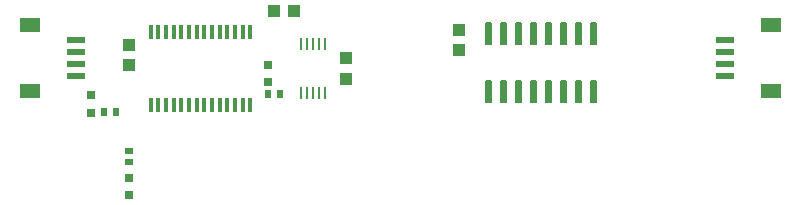
<source format=gbr>
G04 EAGLE Gerber RS-274X export*
G75*
%MOMM*%
%FSLAX34Y34*%
%LPD*%
%INSolderpaste Top*%
%IPPOS*%
%AMOC8*
5,1,8,0,0,1.08239X$1,22.5*%
G01*
%ADD10R,0.400000X1.150000*%
%ADD11C,0.150000*%
%ADD12R,0.250000X1.000000*%
%ADD13R,1.550000X0.600000*%
%ADD14R,1.800000X1.200000*%
%ADD15R,1.000000X1.100000*%
%ADD16R,0.800000X0.800000*%
%ADD17R,0.600000X0.700000*%
%ADD18R,0.700000X0.600000*%


D10*
X113960Y110224D03*
X120460Y110224D03*
X126960Y110224D03*
X133460Y110224D03*
X139960Y110224D03*
X146460Y110224D03*
X152960Y110224D03*
X159460Y110224D03*
X165960Y110224D03*
X172460Y110224D03*
X178960Y110224D03*
X185460Y110224D03*
X191960Y110224D03*
X198460Y110224D03*
X198460Y172224D03*
X191960Y172224D03*
X185460Y172224D03*
X178960Y172224D03*
X172460Y172224D03*
X165960Y172224D03*
X159460Y172224D03*
X152960Y172224D03*
X146460Y172224D03*
X139960Y172224D03*
X133460Y172224D03*
X126960Y172224D03*
X120460Y172224D03*
X113960Y172224D03*
D11*
X402300Y130250D02*
X402300Y112750D01*
X397800Y112750D01*
X397800Y130250D01*
X402300Y130250D01*
X402300Y114175D02*
X397800Y114175D01*
X397800Y115600D02*
X402300Y115600D01*
X402300Y117025D02*
X397800Y117025D01*
X397800Y118450D02*
X402300Y118450D01*
X402300Y119875D02*
X397800Y119875D01*
X397800Y121300D02*
X402300Y121300D01*
X402300Y122725D02*
X397800Y122725D01*
X397800Y124150D02*
X402300Y124150D01*
X402300Y125575D02*
X397800Y125575D01*
X397800Y127000D02*
X402300Y127000D01*
X402300Y128425D02*
X397800Y128425D01*
X397800Y129850D02*
X402300Y129850D01*
X415000Y130250D02*
X415000Y112750D01*
X410500Y112750D01*
X410500Y130250D01*
X415000Y130250D01*
X415000Y114175D02*
X410500Y114175D01*
X410500Y115600D02*
X415000Y115600D01*
X415000Y117025D02*
X410500Y117025D01*
X410500Y118450D02*
X415000Y118450D01*
X415000Y119875D02*
X410500Y119875D01*
X410500Y121300D02*
X415000Y121300D01*
X415000Y122725D02*
X410500Y122725D01*
X410500Y124150D02*
X415000Y124150D01*
X415000Y125575D02*
X410500Y125575D01*
X410500Y127000D02*
X415000Y127000D01*
X415000Y128425D02*
X410500Y128425D01*
X410500Y129850D02*
X415000Y129850D01*
X427700Y130250D02*
X427700Y112750D01*
X423200Y112750D01*
X423200Y130250D01*
X427700Y130250D01*
X427700Y114175D02*
X423200Y114175D01*
X423200Y115600D02*
X427700Y115600D01*
X427700Y117025D02*
X423200Y117025D01*
X423200Y118450D02*
X427700Y118450D01*
X427700Y119875D02*
X423200Y119875D01*
X423200Y121300D02*
X427700Y121300D01*
X427700Y122725D02*
X423200Y122725D01*
X423200Y124150D02*
X427700Y124150D01*
X427700Y125575D02*
X423200Y125575D01*
X423200Y127000D02*
X427700Y127000D01*
X427700Y128425D02*
X423200Y128425D01*
X423200Y129850D02*
X427700Y129850D01*
X440400Y130250D02*
X440400Y112750D01*
X435900Y112750D01*
X435900Y130250D01*
X440400Y130250D01*
X440400Y114175D02*
X435900Y114175D01*
X435900Y115600D02*
X440400Y115600D01*
X440400Y117025D02*
X435900Y117025D01*
X435900Y118450D02*
X440400Y118450D01*
X440400Y119875D02*
X435900Y119875D01*
X435900Y121300D02*
X440400Y121300D01*
X440400Y122725D02*
X435900Y122725D01*
X435900Y124150D02*
X440400Y124150D01*
X440400Y125575D02*
X435900Y125575D01*
X435900Y127000D02*
X440400Y127000D01*
X440400Y128425D02*
X435900Y128425D01*
X435900Y129850D02*
X440400Y129850D01*
X453100Y130250D02*
X453100Y112750D01*
X448600Y112750D01*
X448600Y130250D01*
X453100Y130250D01*
X453100Y114175D02*
X448600Y114175D01*
X448600Y115600D02*
X453100Y115600D01*
X453100Y117025D02*
X448600Y117025D01*
X448600Y118450D02*
X453100Y118450D01*
X453100Y119875D02*
X448600Y119875D01*
X448600Y121300D02*
X453100Y121300D01*
X453100Y122725D02*
X448600Y122725D01*
X448600Y124150D02*
X453100Y124150D01*
X453100Y125575D02*
X448600Y125575D01*
X448600Y127000D02*
X453100Y127000D01*
X453100Y128425D02*
X448600Y128425D01*
X448600Y129850D02*
X453100Y129850D01*
X465800Y130250D02*
X465800Y112750D01*
X461300Y112750D01*
X461300Y130250D01*
X465800Y130250D01*
X465800Y114175D02*
X461300Y114175D01*
X461300Y115600D02*
X465800Y115600D01*
X465800Y117025D02*
X461300Y117025D01*
X461300Y118450D02*
X465800Y118450D01*
X465800Y119875D02*
X461300Y119875D01*
X461300Y121300D02*
X465800Y121300D01*
X465800Y122725D02*
X461300Y122725D01*
X461300Y124150D02*
X465800Y124150D01*
X465800Y125575D02*
X461300Y125575D01*
X461300Y127000D02*
X465800Y127000D01*
X465800Y128425D02*
X461300Y128425D01*
X461300Y129850D02*
X465800Y129850D01*
X478500Y130250D02*
X478500Y112750D01*
X474000Y112750D01*
X474000Y130250D01*
X478500Y130250D01*
X478500Y114175D02*
X474000Y114175D01*
X474000Y115600D02*
X478500Y115600D01*
X478500Y117025D02*
X474000Y117025D01*
X474000Y118450D02*
X478500Y118450D01*
X478500Y119875D02*
X474000Y119875D01*
X474000Y121300D02*
X478500Y121300D01*
X478500Y122725D02*
X474000Y122725D01*
X474000Y124150D02*
X478500Y124150D01*
X478500Y125575D02*
X474000Y125575D01*
X474000Y127000D02*
X478500Y127000D01*
X478500Y128425D02*
X474000Y128425D01*
X474000Y129850D02*
X478500Y129850D01*
X491200Y130250D02*
X491200Y112750D01*
X486700Y112750D01*
X486700Y130250D01*
X491200Y130250D01*
X491200Y114175D02*
X486700Y114175D01*
X486700Y115600D02*
X491200Y115600D01*
X491200Y117025D02*
X486700Y117025D01*
X486700Y118450D02*
X491200Y118450D01*
X491200Y119875D02*
X486700Y119875D01*
X486700Y121300D02*
X491200Y121300D01*
X491200Y122725D02*
X486700Y122725D01*
X486700Y124150D02*
X491200Y124150D01*
X491200Y125575D02*
X486700Y125575D01*
X486700Y127000D02*
X491200Y127000D01*
X491200Y128425D02*
X486700Y128425D01*
X486700Y129850D02*
X491200Y129850D01*
X491200Y161850D02*
X491200Y179350D01*
X491200Y161850D02*
X486700Y161850D01*
X486700Y179350D01*
X491200Y179350D01*
X491200Y163275D02*
X486700Y163275D01*
X486700Y164700D02*
X491200Y164700D01*
X491200Y166125D02*
X486700Y166125D01*
X486700Y167550D02*
X491200Y167550D01*
X491200Y168975D02*
X486700Y168975D01*
X486700Y170400D02*
X491200Y170400D01*
X491200Y171825D02*
X486700Y171825D01*
X486700Y173250D02*
X491200Y173250D01*
X491200Y174675D02*
X486700Y174675D01*
X486700Y176100D02*
X491200Y176100D01*
X491200Y177525D02*
X486700Y177525D01*
X486700Y178950D02*
X491200Y178950D01*
X478500Y179350D02*
X478500Y161850D01*
X474000Y161850D01*
X474000Y179350D01*
X478500Y179350D01*
X478500Y163275D02*
X474000Y163275D01*
X474000Y164700D02*
X478500Y164700D01*
X478500Y166125D02*
X474000Y166125D01*
X474000Y167550D02*
X478500Y167550D01*
X478500Y168975D02*
X474000Y168975D01*
X474000Y170400D02*
X478500Y170400D01*
X478500Y171825D02*
X474000Y171825D01*
X474000Y173250D02*
X478500Y173250D01*
X478500Y174675D02*
X474000Y174675D01*
X474000Y176100D02*
X478500Y176100D01*
X478500Y177525D02*
X474000Y177525D01*
X474000Y178950D02*
X478500Y178950D01*
X465800Y179350D02*
X465800Y161850D01*
X461300Y161850D01*
X461300Y179350D01*
X465800Y179350D01*
X465800Y163275D02*
X461300Y163275D01*
X461300Y164700D02*
X465800Y164700D01*
X465800Y166125D02*
X461300Y166125D01*
X461300Y167550D02*
X465800Y167550D01*
X465800Y168975D02*
X461300Y168975D01*
X461300Y170400D02*
X465800Y170400D01*
X465800Y171825D02*
X461300Y171825D01*
X461300Y173250D02*
X465800Y173250D01*
X465800Y174675D02*
X461300Y174675D01*
X461300Y176100D02*
X465800Y176100D01*
X465800Y177525D02*
X461300Y177525D01*
X461300Y178950D02*
X465800Y178950D01*
X453100Y179350D02*
X453100Y161850D01*
X448600Y161850D01*
X448600Y179350D01*
X453100Y179350D01*
X453100Y163275D02*
X448600Y163275D01*
X448600Y164700D02*
X453100Y164700D01*
X453100Y166125D02*
X448600Y166125D01*
X448600Y167550D02*
X453100Y167550D01*
X453100Y168975D02*
X448600Y168975D01*
X448600Y170400D02*
X453100Y170400D01*
X453100Y171825D02*
X448600Y171825D01*
X448600Y173250D02*
X453100Y173250D01*
X453100Y174675D02*
X448600Y174675D01*
X448600Y176100D02*
X453100Y176100D01*
X453100Y177525D02*
X448600Y177525D01*
X448600Y178950D02*
X453100Y178950D01*
X440400Y179350D02*
X440400Y161850D01*
X435900Y161850D01*
X435900Y179350D01*
X440400Y179350D01*
X440400Y163275D02*
X435900Y163275D01*
X435900Y164700D02*
X440400Y164700D01*
X440400Y166125D02*
X435900Y166125D01*
X435900Y167550D02*
X440400Y167550D01*
X440400Y168975D02*
X435900Y168975D01*
X435900Y170400D02*
X440400Y170400D01*
X440400Y171825D02*
X435900Y171825D01*
X435900Y173250D02*
X440400Y173250D01*
X440400Y174675D02*
X435900Y174675D01*
X435900Y176100D02*
X440400Y176100D01*
X440400Y177525D02*
X435900Y177525D01*
X435900Y178950D02*
X440400Y178950D01*
X427700Y179350D02*
X427700Y161850D01*
X423200Y161850D01*
X423200Y179350D01*
X427700Y179350D01*
X427700Y163275D02*
X423200Y163275D01*
X423200Y164700D02*
X427700Y164700D01*
X427700Y166125D02*
X423200Y166125D01*
X423200Y167550D02*
X427700Y167550D01*
X427700Y168975D02*
X423200Y168975D01*
X423200Y170400D02*
X427700Y170400D01*
X427700Y171825D02*
X423200Y171825D01*
X423200Y173250D02*
X427700Y173250D01*
X427700Y174675D02*
X423200Y174675D01*
X423200Y176100D02*
X427700Y176100D01*
X427700Y177525D02*
X423200Y177525D01*
X423200Y178950D02*
X427700Y178950D01*
X415000Y179350D02*
X415000Y161850D01*
X410500Y161850D01*
X410500Y179350D01*
X415000Y179350D01*
X415000Y163275D02*
X410500Y163275D01*
X410500Y164700D02*
X415000Y164700D01*
X415000Y166125D02*
X410500Y166125D01*
X410500Y167550D02*
X415000Y167550D01*
X415000Y168975D02*
X410500Y168975D01*
X410500Y170400D02*
X415000Y170400D01*
X415000Y171825D02*
X410500Y171825D01*
X410500Y173250D02*
X415000Y173250D01*
X415000Y174675D02*
X410500Y174675D01*
X410500Y176100D02*
X415000Y176100D01*
X415000Y177525D02*
X410500Y177525D01*
X410500Y178950D02*
X415000Y178950D01*
X402300Y179350D02*
X402300Y161850D01*
X397800Y161850D01*
X397800Y179350D01*
X402300Y179350D01*
X402300Y163275D02*
X397800Y163275D01*
X397800Y164700D02*
X402300Y164700D01*
X402300Y166125D02*
X397800Y166125D01*
X397800Y167550D02*
X402300Y167550D01*
X402300Y168975D02*
X397800Y168975D01*
X397800Y170400D02*
X402300Y170400D01*
X402300Y171825D02*
X397800Y171825D01*
X397800Y173250D02*
X402300Y173250D01*
X402300Y174675D02*
X397800Y174675D01*
X397800Y176100D02*
X402300Y176100D01*
X402300Y177525D02*
X397800Y177525D01*
X397800Y178950D02*
X402300Y178950D01*
D12*
X261460Y162355D03*
X256460Y162355D03*
X251460Y162355D03*
X246460Y162355D03*
X241460Y162355D03*
X241460Y120093D03*
X246460Y120093D03*
X251460Y120093D03*
X256460Y120093D03*
X261460Y120093D03*
D13*
X600462Y135000D03*
X600462Y145000D03*
X600462Y155000D03*
X600462Y165000D03*
D14*
X639462Y122000D03*
X639462Y178000D03*
D13*
X50540Y165000D03*
X50540Y155000D03*
X50540Y145000D03*
X50540Y135000D03*
D14*
X11540Y178000D03*
X11540Y122000D03*
D15*
X95250Y160900D03*
X95250Y143900D03*
X279146Y149724D03*
X279146Y132724D03*
X374650Y173600D03*
X374650Y156600D03*
X218068Y189484D03*
X235068Y189484D03*
D16*
X213487Y144533D03*
X213487Y129533D03*
X95250Y33775D03*
X95250Y48775D03*
D17*
X223694Y119253D03*
X213694Y119253D03*
D18*
X95250Y61675D03*
X95250Y71675D03*
D16*
X63500Y118625D03*
X63500Y103625D03*
D17*
X74375Y104775D03*
X84375Y104775D03*
M02*

</source>
